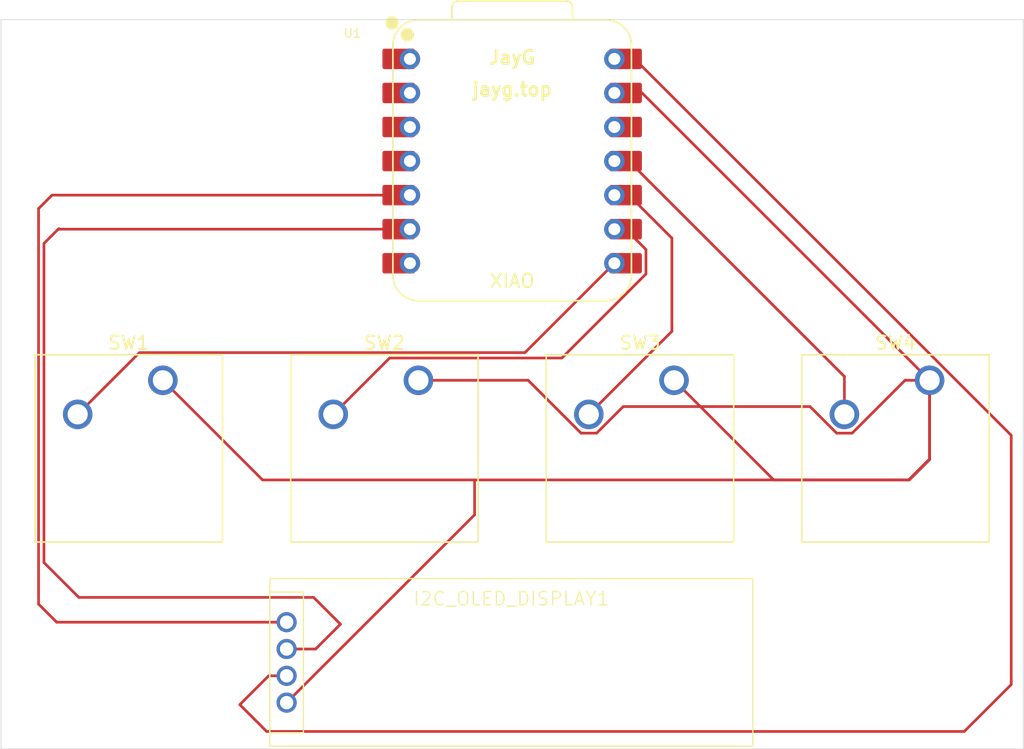
<source format=kicad_pcb>
(kicad_pcb (version 20241229) (generator "pcbnew") (generator_version "9.0")
  (layers (0 "F.Cu" signal) (2 "B.Cu" signal) (13 "F.Paste" user) (15 "B.Paste" user) (5 "F.SilkS" user "F.Silkscreen") (7 "B.SilkS" user "B.Silkscreen") (1 "F.Mask" user) (3 "B.Mask" user) (25 "Edge.Cuts" user))
  (net 0 "")
  (net 1 "+5V")
  (net 2 "GND")
  (net 3 "Net-(U1-GPIO1{slash}RX)")
  (net 4 "Net-(U1-GPIO2{slash}SCK)")
  (net 5 "Net-(U1-GPIO4{slash}MISO)")
  (net 6 "Net-(U1-GPIO3{slash}MOSI)")
  (net 13 "Net-(I2C_OLED_DISPLAY1-SDA)")
  (net 14 "Net-(I2C_OLED_DISPLAY1-SCL)")
  (footprint "Button_Switch_Keyboard:SW_Cherry_MX_1.00u_PCB" (layer "F.Cu") (at 107.315 47.3075)
    (property "Reference" "SW2" (at -2.54 -2.794 0) (layer "F.SilkS"))
    (property "Value" "SW_Push")
    (fp_line (start -9.525 -1.905) (end 4.445 -1.905) (stroke (width 0.12)) (layer "F.SilkS"))
    (fp_line (start -9.525 12.065) (end -9.525 -1.905) (stroke (width 0.12)) (layer "F.SilkS"))
    (fp_line (start 4.445 -1.905) (end 4.445 12.065) (stroke (width 0.12)) (layer "F.SilkS"))
    (fp_line (start 4.445 12.065) (end -9.525 12.065) (stroke (width 0.12)) (layer "F.SilkS"))
    (pad "" np_thru_hole circle (at -7.62 5.08) (size 1.7 1.7) (drill 1.7) (layers "*.Cu" "*.Mask"))
    (pad "" np_thru_hole circle (at -2.54 5.08) (size 4 4) (drill 4) (layers "*.Cu" "*.Mask"))
    (pad "" np_thru_hole circle (at 2.54 5.08) (size 1.7 1.7) (drill 1.7) (layers "*.Cu" "*.Mask"))
    (pad "1" thru_hole circle (at 0 0) (size 2.2 2.2) (drill 1.5) (layers "*.Cu" "*.Mask") (net 2 "GND"))
    (pad "2" thru_hole circle (at -6.35 2.54) (size 2.2 2.2) (drill 1.5) (layers "*.Cu" "*.Mask") (net 4 "Net-(U1-GPIO2{slash}SCK)"))
  )
  (footprint "Button_Switch_Keyboard:SW_Cherry_MX_1.00u_PCB" (layer "F.Cu") (at 145.415 47.3075)
    (property "Reference" "SW4" (at -2.54 -2.794 0) (layer "F.SilkS"))
    (property "Value" "SW_Push")
    (fp_line (start -9.525 -1.905) (end 4.445 -1.905) (stroke (width 0.12)) (layer "F.SilkS"))
    (fp_line (start -9.525 12.065) (end -9.525 -1.905) (stroke (width 0.12)) (layer "F.SilkS"))
    (fp_line (start 4.445 -1.905) (end 4.445 12.065) (stroke (width 0.12)) (layer "F.SilkS"))
    (fp_line (start 4.445 12.065) (end -9.525 12.065) (stroke (width 0.12)) (layer "F.SilkS"))
    (pad "" np_thru_hole circle (at -7.62 5.08) (size 1.7 1.7) (drill 1.7) (layers "*.Cu" "*.Mask"))
    (pad "" np_thru_hole circle (at -2.54 5.08) (size 4 4) (drill 4) (layers "*.Cu" "*.Mask"))
    (pad "" np_thru_hole circle (at 2.54 5.08) (size 1.7 1.7) (drill 1.7) (layers "*.Cu" "*.Mask"))
    (pad "1" thru_hole circle (at 0 0) (size 2.2 2.2) (drill 1.5) (layers "*.Cu" "*.Mask") (net 2 "GND"))
    (pad "2" thru_hole circle (at -6.35 2.54) (size 2.2 2.2) (drill 1.5) (layers "*.Cu" "*.Mask") (net 6 "Net-(U1-GPIO3{slash}MOSI)"))
  )
  (footprint "Button_Switch_Keyboard:SW_Cherry_MX_1.00u_PCB" (layer "F.Cu") (at 126.365 47.3075)
    (property "Reference" "SW3" (at -2.54 -2.794 0) (layer "F.SilkS"))
    (property "Value" "SW_Push")
    (fp_line (start -9.525 -1.905) (end 4.445 -1.905) (stroke (width 0.12)) (layer "F.SilkS"))
    (fp_line (start -9.525 12.065) (end -9.525 -1.905) (stroke (width 0.12)) (layer "F.SilkS"))
    (fp_line (start 4.445 -1.905) (end 4.445 12.065) (stroke (width 0.12)) (layer "F.SilkS"))
    (fp_line (start 4.445 12.065) (end -9.525 12.065) (stroke (width 0.12)) (layer "F.SilkS"))
    (pad "" np_thru_hole circle (at -7.62 5.08) (size 1.7 1.7) (drill 1.7) (layers "*.Cu" "*.Mask"))
    (pad "" np_thru_hole circle (at -2.54 5.08) (size 4 4) (drill 4) (layers "*.Cu" "*.Mask"))
    (pad "" np_thru_hole circle (at 2.54 5.08) (size 1.7 1.7) (drill 1.7) (layers "*.Cu" "*.Mask"))
    (pad "1" thru_hole circle (at 0 0) (size 2.2 2.2) (drill 1.5) (layers "*.Cu" "*.Mask") (net 2 "GND"))
    (pad "2" thru_hole circle (at -6.35 2.54) (size 2.2 2.2) (drill 1.5) (layers "*.Cu" "*.Mask") (net 5 "Net-(U1-GPIO4{slash}MISO)"))
  )
  (footprint "OLED:I2C_OLED_DISPLAY" (layer "F.Cu") (at 114.24 64.1)
    (property "Reference" "I2C_OLED_DISPLAY1" (at 0 -0.5 0) (layer "F.SilkS") (effects (font (thickness 0.1))))
    (property "Value" "~")
    (fp_rect (start -18 -2) (end 18 10.5) (stroke (width 0.1)) (fill no) (layer "F.SilkS"))
    (fp_rect (start -18 -1) (end -15.5 9.5) (stroke (width 0.1)) (fill no) (layer "F.SilkS"))
    (pad "1" thru_hole circle (at -16.75 1.25 90) (size 1.5 1.5) (drill 1) (layers "*.Cu" "*.Mask") (net 13 "Net-(I2C_OLED_DISPLAY1-SDA)"))
    (pad "2" thru_hole circle (at -16.75 3.25 90) (size 1.5 1.5) (drill 1) (layers "*.Cu" "*.Mask") (net 14 "Net-(I2C_OLED_DISPLAY1-SCL)"))
    (pad "3" thru_hole circle (at -16.75 5.25 90) (size 1.5 1.5) (drill 1) (layers "*.Cu" "*.Mask") (net 1 "+5V"))
    (pad "4" thru_hole circle (at -16.75 7.25 90) (size 1.5 1.5) (drill 1) (layers "*.Cu" "*.Mask") (net 2 "GND"))
  )
  (footprint "Button_Switch_Keyboard:SW_Cherry_MX_1.00u_PCB" (layer "F.Cu") (at 88.265 47.3075)
    (property "Reference" "SW1" (at -2.54 -2.794 0) (layer "F.SilkS"))
    (property "Value" "SW_Push")
    (fp_line (start -9.525 -1.905) (end 4.445 -1.905) (stroke (width 0.12)) (layer "F.SilkS"))
    (fp_line (start -9.525 12.065) (end -9.525 -1.905) (stroke (width 0.12)) (layer "F.SilkS"))
    (fp_line (start 4.445 -1.905) (end 4.445 12.065) (stroke (width 0.12)) (layer "F.SilkS"))
    (fp_line (start 4.445 12.065) (end -9.525 12.065) (stroke (width 0.12)) (layer "F.SilkS"))
    (pad "" np_thru_hole circle (at -7.62 5.08) (size 1.7 1.7) (drill 1.7) (layers "*.Cu" "*.Mask"))
    (pad "" np_thru_hole circle (at -2.54 5.08) (size 4 4) (drill 4) (layers "*.Cu" "*.Mask"))
    (pad "" np_thru_hole circle (at 2.54 5.08) (size 1.7 1.7) (drill 1.7) (layers "*.Cu" "*.Mask"))
    (pad "1" thru_hole circle (at 0 0) (size 2.2 2.2) (drill 1.5) (layers "*.Cu" "*.Mask") (net 2 "GND"))
    (pad "2" thru_hole circle (at -6.35 2.54) (size 2.2 2.2) (drill 1.5) (layers "*.Cu" "*.Mask") (net 3 "Net-(U1-GPIO1{slash}RX)"))
  )
  (footprint "OPL:XIAO-RP2040-DIP" (layer "F.Cu") (at 114.3 30.95625)
    (property "Reference" "U1" (at -11.90625 -9.525 0) (layer "F.SilkS") (effects (font (size 0.635 0.635) (thickness 0.1016))))
    (property "Value" "XIAO-RP2040-DIP")
    (fp_line (start -8.89 8.509) (end -8.89 -8.636) (stroke (width 0.127)) (layer "F.SilkS"))
    (fp_line (start -6.985 10.414) (end 6.985 10.414) (stroke (width 0.127)) (layer "F.SilkS"))
    (fp_line (start -4.495 -10.541) (end -4.491272 -11.451272) (stroke (width 0.127)) (layer "F.SilkS"))
    (fp_line (start -3.991272 -11.951) (end 4.004 -11.951) (stroke (width 0.127)) (layer "F.SilkS"))
    (fp_line (start 4.504 -11.451) (end 4.504 -10.541) (stroke (width 0.127)) (layer "F.SilkS"))
    (fp_line (start 6.985 -10.541) (end -6.985 -10.541) (stroke (width 0.1)) (layer "F.SilkS"))
    (fp_line (start 6.985 -10.541) (end -6.985 -10.541) (stroke (width 0.127)) (layer "F.SilkS"))
    (fp_line (start 8.89 8.509) (end 8.89 -8.636) (stroke (width 0.127)) (layer "F.SilkS"))
    (fp_arc (start -8.89 -8.636) (mid -8.332038 -9.983038) (end -6.985 -10.541) (stroke (width 0.127)) (layer "F.SilkS"))
    (fp_arc (start -6.985 10.414) (mid -8.332038 9.856038) (end -8.89 8.509) (stroke (width 0.127)) (layer "F.SilkS"))
    (fp_arc (start -4.491272 -11.451272) (mid -4.344728 -11.80464) (end -3.991272 -11.951) (stroke (width 0.127)) (layer "F.SilkS"))
    (fp_arc (start 4.004 -11.951) (mid 4.357553 -11.804553) (end 4.504 -11.451) (stroke (width 0.127)) (layer "F.SilkS"))
    (fp_arc (start 6.985 -10.541) (mid 8.332038 -9.983038) (end 8.89 -8.636) (stroke (width 0.127)) (layer "F.SilkS"))
    (fp_arc (start 8.89 8.509) (mid 8.332038 9.856038) (end 6.985 10.414) (stroke (width 0.127)) (layer "F.SilkS"))
    (fp_circle (center -8.95 -10.3) (end -8.95 -10.554) (stroke (width 0.5)) (fill yes) (layer "F.SilkS"))
    (fp_circle (center -7.807 -9.42) (end -7.807 -9.674) (stroke (width 0.5)) (fill yes) (layer "F.SilkS"))
    (pad "1" smd roundrect (at -8.455 -7.62 180) (size 2.432 1.524) (layers "F.Cu" "F.Mask") (roundrect_rratio 0.1))
    (pad "1" thru_hole circle (at -7.62 -7.62 180) (size 1.524 1.524) (drill 0.889) (layers "*.Cu" "*.Mask"))
    (pad "2" smd roundrect (at -8.455 -5.08 180) (size 2.432 1.524) (layers "F.Cu" "F.Mask") (roundrect_rratio 0.1))
    (pad "2" thru_hole circle (at -7.62 -5.08 180) (size 1.524 1.524) (drill 0.889) (layers "*.Cu" "*.Mask"))
    (pad "3" smd roundrect (at -8.455 -2.54 180) (size 2.432 1.524) (layers "F.Cu" "F.Mask") (roundrect_rratio 0.1))
    (pad "3" thru_hole circle (at -7.62 -2.54 180) (size 1.524 1.524) (drill 0.889) (layers "*.Cu" "*.Mask"))
    (pad "4" smd roundrect (at -8.455 0 180) (size 2.432 1.524) (layers "F.Cu" "F.Mask") (roundrect_rratio 0.1))
    (pad "4" thru_hole circle (at -7.62 0 180) (size 1.524 1.524) (drill 0.889) (layers "*.Cu" "*.Mask"))
    (pad "5" smd roundrect (at -8.455 2.54 180) (size 2.432 1.524) (layers "F.Cu" "F.Mask") (roundrect_rratio 0.1) (net 13 "Net-(I2C_OLED_DISPLAY1-SDA)"))
    (pad "5" thru_hole circle (at -7.62 2.54 180) (size 1.524 1.524) (drill 0.889) (layers "*.Cu" "*.Mask") (net 13 "Net-(I2C_OLED_DISPLAY1-SDA)"))
    (pad "6" smd roundrect (at -8.455 5.08 180) (size 2.432 1.524) (layers "F.Cu" "F.Mask") (roundrect_rratio 0.1) (net 14 "Net-(I2C_OLED_DISPLAY1-SCL)"))
    (pad "6" thru_hole circle (at -7.62 5.08 180) (size 1.524 1.524) (drill 0.889) (layers "*.Cu" "*.Mask") (net 14 "Net-(I2C_OLED_DISPLAY1-SCL)"))
    (pad "7" smd roundrect (at -8.455 7.62 180) (size 2.432 1.524) (layers "F.Cu" "F.Mask") (roundrect_rratio 0.1))
    (pad "7" thru_hole circle (at -7.62 7.62 180) (size 1.524 1.524) (drill 0.889) (layers "*.Cu" "*.Mask"))
    (pad "8" thru_hole circle (at 7.62 7.62) (size 1.524 1.524) (drill 0.889) (layers "*.Cu" "*.Mask") (net 3 "Net-(U1-GPIO1{slash}RX)"))
    (pad "8" smd roundrect (at 8.455 7.62) (size 2.432 1.524) (layers "F.Cu" "F.Mask") (roundrect_rratio 0.1) (net 3 "Net-(U1-GPIO1{slash}RX)"))
    (pad "9" thru_hole circle (at 7.62 5.08) (size 1.524 1.524) (drill 0.889) (layers "*.Cu" "*.Mask") (net 4 "Net-(U1-GPIO2{slash}SCK)"))
    (pad "9" smd roundrect (at 8.455 5.08) (size 2.432 1.524) (layers "F.Cu" "F.Mask") (roundrect_rratio 0.1) (net 4 "Net-(U1-GPIO2{slash}SCK)"))
    (pad "10" thru_hole circle (at 7.62 2.54) (size 1.524 1.524) (drill 0.889) (layers "*.Cu" "*.Mask") (net 5 "Net-(U1-GPIO4{slash}MISO)"))
    (pad "10" smd roundrect (at 8.455 2.54) (size 2.432 1.524) (layers "F.Cu" "F.Mask") (roundrect_rratio 0.1) (net 5 "Net-(U1-GPIO4{slash}MISO)"))
    (pad "11" thru_hole circle (at 7.62 0) (size 1.524 1.524) (drill 0.889) (layers "*.Cu" "*.Mask") (net 6 "Net-(U1-GPIO3{slash}MOSI)"))
    (pad "11" smd roundrect (at 8.455 0) (size 2.432 1.524) (layers "F.Cu" "F.Mask") (roundrect_rratio 0.1) (net 6 "Net-(U1-GPIO3{slash}MOSI)"))
    (pad "12" thru_hole circle (at 7.62 -2.54) (size 1.524 1.524) (drill 0.889) (layers "*.Cu" "*.Mask"))
    (pad "12" smd roundrect (at 8.455 -2.54) (size 2.432 1.524) (layers "F.Cu" "F.Mask") (roundrect_rratio 0.1))
    (pad "13" thru_hole circle (at 7.62 -5.08) (size 1.524 1.524) (drill 0.889) (layers "*.Cu" "*.Mask") (net 2 "GND"))
    (pad "13" smd roundrect (at 8.455 -5.08) (size 2.432 1.524) (layers "F.Cu" "F.Mask") (roundrect_rratio 0.1) (net 2 "GND"))
    (pad "14" thru_hole circle (at 7.62 -7.62) (size 1.524 1.524) (drill 0.889) (layers "*.Cu" "*.Mask") (net 1 "+5V"))
    (pad "14" smd roundrect (at 8.455 -7.62) (size 2.432 1.524) (layers "F.Cu" "F.Mask") (roundrect_rratio 0.1) (net 1 "+5V"))
  )
  (gr_rect (start 76.2 20.4) (end 152.4 74.8) (stroke (width 0.05)) (fill no) (layer "Edge.Cuts"))
  (gr_text "jayg.top" (at 114.3 26.19375 0) (layer "F.SilkS") (effects (font (size 1 1) (thickness 0.2) (bold yes)) (justify bottom)))
  (gr_text "JayG" (at 114.3 23.8125 0) (layer "F.SilkS") (effects (font (size 1 1) (thickness 0.2) (bold yes)) (justify bottom)))
  (gr_text "XIAO" (at 114.3 40.48125 0) (layer "F.SilkS") (effects (font (size 1 1)) (justify bottom)))
  (segment (start 151.5 51.411186) (end 123.425064 23.33625) (width 0.2) (layer "F.Cu") (net 1))
  (segment (start 96.15 69.35) (end 94 71.5) (width 0.2) (layer "F.Cu") (net 1))
  (segment (start 148 73.5) (end 151.5 70) (width 0.2) (layer "F.Cu") (net 1))
  (segment (start 94 71.5) (end 96 73.5) (width 0.2) (layer "F.Cu") (net 1))
  (segment (start 97.49 69.35) (end 96.15 69.35) (width 0.2) (layer "F.Cu") (net 1))
  (segment (start 96 73.5) (end 148 73.5) (width 0.2) (layer "F.Cu") (net 1))
  (segment (start 151.5 70) (end 151.5 51.411186) (width 0.2) (layer "F.Cu") (net 1))
  (segment (start 123.425064 23.33625) (end 121.92 23.33625) (width 0.2) (layer "F.Cu") (net 1))
  (segment (start 145.415 53.172316) (end 145.415 47.3075) (width 0.2) (layer "F.Cu") (net 2))
  (segment (start 119.434686 51.2485) (end 120.595314 51.2485) (width 0.2) (layer "F.Cu") (net 2))
  (segment (start 97.49 71.35) (end 111.5 57.34) (width 0.2) (layer "F.Cu") (net 2))
  (segment (start 88.265 47.3075) (end 95.696 54.7385) (width 0.2) (layer "F.Cu") (net 2))
  (segment (start 120.595314 51.2485) (end 122.576628 49.267186) (width 0.2) (layer "F.Cu") (net 2))
  (segment (start 95.696 54.7385) (end 111.5 54.7385) (width 0.2) (layer "F.Cu") (net 2))
  (segment (start 136.503372 49.267186) (end 138.484686 51.2485) (width 0.2) (layer "F.Cu") (net 2))
  (segment (start 107.315 47.3075) (end 115.493686 47.3075) (width 0.2) (layer "F.Cu") (net 2))
  (segment (start 133.796 54.7385) (end 143.90553 54.7385) (width 0.2) (layer "F.Cu") (net 2))
  (segment (start 138.484686 51.2485) (end 139.645314 51.2485) (width 0.2) (layer "F.Cu") (net 2))
  (segment (start 143.90553 54.7385) (end 145.415 53.22903) (width 0.2) (layer "F.Cu") (net 2))
  (segment (start 143.848816 54.7385) (end 145.415 53.172316) (width 0.2) (layer "F.Cu") (net 2))
  (segment (start 111.5 54.7385) (end 143.848816 54.7385) (width 0.2) (layer "F.Cu") (net 2))
  (segment (start 122.576628 49.267186) (end 136.503372 49.267186) (width 0.2) (layer "F.Cu") (net 2))
  (segment (start 115.493686 47.3075) (end 119.434686 51.2485) (width 0.2) (layer "F.Cu") (net 2))
  (segment (start 111.5 57.34) (end 111.5 54.7385) (width 0.2) (layer "F.Cu") (net 2))
  (segment (start 123.98375 25.87625) (end 145.415 47.3075) (width 0.2) (layer "F.Cu") (net 2))
  (segment (start 139.645314 51.2485) (end 143.586314 47.3075) (width 0.2) (layer "F.Cu") (net 2))
  (segment (start 143.586314 47.3075) (end 145.415 47.3075) (width 0.2) (layer "F.Cu") (net 2))
  (segment (start 121.92 25.87625) (end 123.98375 25.87625) (width 0.2) (layer "F.Cu") (net 2))
  (segment (start 145.415 53.22903) (end 145.415 47.3075) (width 0.2) (layer "F.Cu") (net 2))
  (segment (start 126.365 47.3075) (end 133.796 54.7385) (width 0.2) (layer "F.Cu") (net 2))
  (segment (start 115.2525 45.24375) (end 121.92 38.57625) (width 0.2) (layer "F.Cu") (net 3))
  (segment (start 81.915 49.8475) (end 86.51875 45.24375) (width 0.2) (layer "F.Cu") (net 3))
  (segment (start 86.51875 45.24375) (end 115.2525 45.24375) (width 0.2) (layer "F.Cu") (net 3))
  (segment (start 100.965 49.8475) (end 105.16775 45.64475) (width 0.2) (layer "F.Cu") (net 4))
  (segment (start 124.272 39.377876) (end 124.272 37.55325) (width 0.2) (layer "F.Cu") (net 4))
  (segment (start 124.272 37.55325) (end 122.755 36.03625) (width 0.2) (layer "F.Cu") (net 4))
  (segment (start 118.005126 45.64475) (end 124.272 39.377876) (width 0.2) (layer "F.Cu") (net 4))
  (segment (start 122.755 36.03625) (end 121.92 36.03625) (width 0.2) (layer "F.Cu") (net 4))
  (segment (start 105.16775 45.64475) (end 118.005126 45.64475) (width 0.2) (layer "F.Cu") (net 4))
  (segment (start 122.99763 33.49625) (end 121.92 33.49625) (width 0.2) (layer "F.Cu") (net 5))
  (segment (start 120.015 49.8475) (end 126.20625 43.65625) (width 0.2) (layer "F.Cu") (net 5))
  (segment (start 126.20625 43.65625) (end 126.20625 36.70487) (width 0.2) (layer "F.Cu") (net 5))
  (segment (start 126.20625 36.70487) (end 122.99763 33.49625) (width 0.2) (layer "F.Cu") (net 5))
  (segment (start 139.065 47.02362) (end 122.99763 30.95625) (width 0.2) (layer "F.Cu") (net 6))
  (segment (start 122.99763 30.95625) (end 121.92 30.95625) (width 0.2) (layer "F.Cu") (net 6))
  (segment (start 139.065 49.8475) (end 139.065 47.02362) (width 0.2) (layer "F.Cu") (net 6))
  (segment (start 80.35 65.35) (end 79 64) (width 0.2) (layer "F.Cu") (net 13))
  (segment (start 80.00375 33.49625) (end 106.68 33.49625) (width 0.2) (layer "F.Cu") (net 13))
  (segment (start 79 64) (end 79 34.5) (width 0.2) (layer "F.Cu") (net 13))
  (segment (start 97.49 65.35) (end 80.35 65.35) (width 0.2) (layer "F.Cu") (net 13))
  (segment (start 79 34.5) (end 80.00375 33.49625) (width 0.2) (layer "F.Cu") (net 13))
  (segment (start 80.5 36) (end 80.53625 36.03625) (width 0.2) (layer "F.Cu") (net 14))
  (segment (start 99.5 63.5) (end 82 63.5) (width 0.2) (layer "F.Cu") (net 14))
  (segment (start 79.401 60.901) (end 79.401 37.099) (width 0.2) (layer "F.Cu") (net 14))
  (segment (start 99.65 67.35) (end 101.5 65.5) (width 0.2) (layer "F.Cu") (net 14))
  (segment (start 82 63.5) (end 79.401 60.901) (width 0.2) (layer "F.Cu") (net 14))
  (segment (start 80.53625 36.03625) (end 106.68 36.03625) (width 0.2) (layer "F.Cu") (net 14))
  (segment (start 101.5 65.5) (end 99.5 63.5) (width 0.2) (layer "F.Cu") (net 14))
  (segment (start 97.49 67.35) (end 99.65 67.35) (width 0.2) (layer "F.Cu") (net 14))
  (segment (start 79.401 37.099) (end 80.5 36) (width 0.2) (layer "F.Cu") (net 14))
)
</source>
